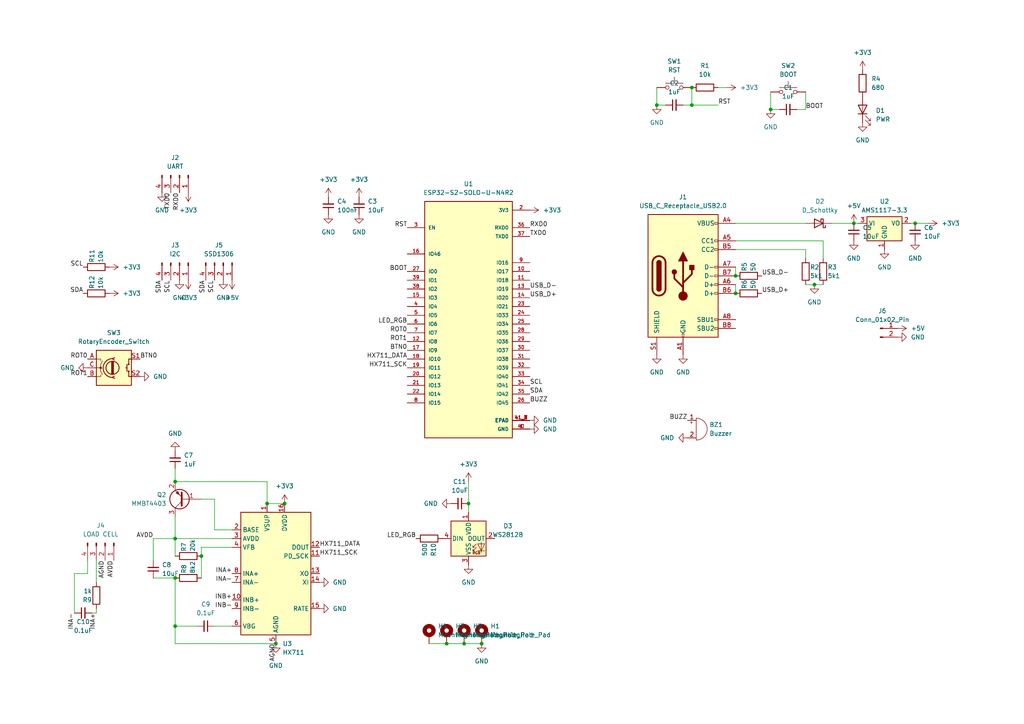
<source format=kicad_sch>
(kicad_sch (version 20230121) (generator eeschema)
  (paper "A4")
  (lib_symbols
    (symbol "Analog_ADC:HX711"
      (property "Reference" "U" (at 5.08 21.59 0))
      (property "Value" "HX711" (at 7.62 19.05 0))
      (symbol "HX711_0_1"
        (rectangle (start -10.16 17.78) (end 10.16 -17.78) (stroke (width 0.254)) (fill (type background)))
      )
      (symbol "HX711_1_1"
        (pin power_in line (at -2.54 20.32 270) (length 2.54) (name "VSUP") (number "1"))
        (pin input line (at -12.7 -7.62 0) (length 2.54) (name "INB+") (number "10"))
        (pin input line (at 12.7 5.08 180) (length 2.54) (name "PD_SCK") (number "11"))
        (pin output line (at 12.7 7.62 180) (length 2.54) (name "DOUT") (number "12"))
        (pin passive line (at 12.7 0 180) (length 2.54) (name "XO") (number "13"))
        (pin passive line (at 12.7 -2.54 180) (length 2.54) (name "XI") (number "14"))
        (pin input line (at 12.7 -10.16 180) (length 2.54) (name "RATE") (number "15"))
        (pin power_in line (at 2.54 20.32 270) (length 2.54) (name "DVDD") (number "16"))
        (pin passive line (at -12.7 12.7 0) (length 2.54) (name "BASE") (number "2"))
        (pin power_in line (at -12.7 10.16 0) (length 2.54) (name "AVDD") (number "3"))
        (pin input line (at -12.7 7.62 0) (length 2.54) (name "VFB") (number "4"))
        (pin power_in line (at 0 -20.32 90) (length 2.54) (name "AGND") (number "5"))
        (pin passive line (at -12.7 -15.24 0) (length 2.54) (name "VBG") (number "6"))
        (pin input line (at -12.7 -2.54 0) (length 2.54) (name "INA-") (number "7"))
        (pin input line (at -12.7 0 0) (length 2.54) (name "INA+") (number "8"))
        (pin input line (at -12.7 -10.16 0) (length 2.54) (name "INB-") (number "9"))
      )
    )
    (symbol "Connector:Conn_01x02_Pin" (pin_names (offset 1.016) hide)
      (property "Reference" "J" (at 0 2.54 0))
      (property "Value" "Conn_01x02_Pin" (at 0 -5.08 0))
      (symbol "Conn_01x02_Pin_1_1"
        (polyline (pts (xy 1.27 -2.54) (xy 0.8636 -2.54)) (stroke (width 0.1524)))
        (polyline (pts (xy 1.27 0) (xy 0.8636 0)) (stroke (width 0.1524)))
        (rectangle (start 0.8636 -2.413) (end 0 -2.667) (stroke (width 0.1524)) (fill (type outline)))
        (rectangle (start 0.8636 0.127) (end 0 -0.127) (stroke (width 0.1524)) (fill (type outline)))
        (pin passive line (at 5.08 0 180) (length 3.81) (name "Pin_1") (number "1"))
        (pin passive line (at 5.08 -2.54 180) (length 3.81) (name "Pin_2") (number "2"))
      )
    )
    (symbol "Connector:Conn_01x04_Pin" (pin_names (offset 1.016) hide)
      (property "Reference" "J" (at 0 5.08 0))
      (property "Value" "Conn_01x04_Pin" (at 0 -7.62 0))
      (symbol "Conn_01x04_Pin_1_1"
        (polyline (pts (xy 1.27 -5.08) (xy 0.8636 -5.08)) (stroke (width 0.1524)))
        (polyline (pts (xy 1.27 -2.54) (xy 0.8636 -2.54)) (stroke (width 0.1524)))
        (polyline (pts (xy 1.27 0) (xy 0.8636 0)) (stroke (width 0.1524)))
        (polyline (pts (xy 1.27 2.54) (xy 0.8636 2.54)) (stroke (width 0.1524)))
        (rectangle (start 0.8636 -4.953) (end 0 -5.207) (stroke (width 0.1524)) (fill (type outline)))
        (rectangle (start 0.8636 -2.413) (end 0 -2.667) (stroke (width 0.1524)) (fill (type outline)))
        (rectangle (start 0.8636 0.127) (end 0 -0.127) (stroke (width 0.1524)) (fill (type outline)))
        (rectangle (start 0.8636 2.667) (end 0 2.413) (stroke (width 0.1524)) (fill (type outline)))
        (pin passive line (at 5.08 2.54 180) (length 3.81) (name "Pin_1") (number "1"))
        (pin passive line (at 5.08 0 180) (length 3.81) (name "Pin_2") (number "2"))
        (pin passive line (at 5.08 -2.54 180) (length 3.81) (name "Pin_3") (number "3"))
        (pin passive line (at 5.08 -5.08 180) (length 3.81) (name "Pin_4") (number "4"))
      )
    )
    (symbol "Connector:USB_C_Receptacle_USB2.0" (pin_names (offset 1.016))
      (property "Reference" "J" (at -10.16 19.05 0))
      (property "Value" "USB_C_Receptacle_USB2.0" (at 19.05 19.05 0))
      (symbol "USB_C_Receptacle_USB2.0_0_0"
        (rectangle (start -0.254 -17.78) (end 0.254 -16.764))
        (rectangle (start 10.16 -14.986) (end 9.144 -15.494))
        (rectangle (start 10.16 -12.446) (end 9.144 -12.954))
        (rectangle (start 10.16 -4.826) (end 9.144 -5.334))
        (rectangle (start 10.16 -2.286) (end 9.144 -2.794))
        (rectangle (start 10.16 0.254) (end 9.144 -0.254))
        (rectangle (start 10.16 2.794) (end 9.144 2.286))
        (rectangle (start 10.16 7.874) (end 9.144 7.366))
        (rectangle (start 10.16 10.414) (end 9.144 9.906))
        (rectangle (start 10.16 15.494) (end 9.144 14.986))
      )
      (symbol "USB_C_Receptacle_USB2.0_0_1"
        (rectangle (start -10.16 17.78) (end 10.16 -17.78) (stroke (width 0.254)) (fill (type background)))
        (arc (start -8.89 -3.81) (mid -6.985 -5.7067) (end -5.08 -3.81) (stroke (width 0.508)))
        (arc (start -7.62 -3.81) (mid -6.985 -4.4423) (end -6.35 -3.81) (stroke (width 0.254)))
        (arc (start -7.62 -3.81) (mid -6.985 -4.4423) (end -6.35 -3.81) (stroke (width 0.254)) (fill (type outline)))
        (rectangle (start -7.62 -3.81) (end -6.35 3.81) (stroke (width 0.254)) (fill (type outline)))
        (arc (start -6.35 3.81) (mid -6.985 4.4423) (end -7.62 3.81) (stroke (width 0.254)))
        (arc (start -6.35 3.81) (mid -6.985 4.4423) (end -7.62 3.81) (stroke (width 0.254)) (fill (type outline)))
        (arc (start -5.08 3.81) (mid -6.985 5.7067) (end -8.89 3.81) (stroke (width 0.508)))
        (circle (center -2.54 1.143) (radius 0.635) (stroke (width 0.254)) (fill (type outline)))
        (circle (center 0 -5.842) (radius 1.27) (fill (type outline)))
        (polyline (pts (xy -8.89 -3.81) (xy -8.89 3.81)) (stroke (width 0.508)))
        (polyline (pts (xy -5.08 3.81) (xy -5.08 -3.81)) (stroke (width 0.508)))
        (polyline (pts (xy 0 -5.842) (xy 0 4.318)) (stroke (width 0.508)))
        (polyline (pts (xy 0 -3.302) (xy -2.54 -0.762) (xy -2.54 0.508)) (stroke (width 0.508)))
        (polyline (pts (xy 0 -2.032) (xy 2.54 0.508) (xy 2.54 1.778)) (stroke (width 0.508)))
        (polyline (pts (xy -1.27 4.318) (xy 0 6.858) (xy 1.27 4.318) (xy -1.27 4.318)) (stroke (width 0.254)) (fill (type outline)))
        (rectangle (start 1.905 1.778) (end 3.175 3.048) (stroke (width 0.254)) (fill (type outline)))
      )
      (symbol "USB_C_Receptacle_USB2.0_1_1"
        (pin passive line (at 0 -22.86 90) (length 5.08) (name "GND") (number "A1"))
        (pin passive line (at 0 -22.86 90) (length 5.08) hide (name "GND") (number "A12"))
        (pin passive line (at 15.24 15.24 180) (length 5.08) (name "VBUS") (number "A4"))
        (pin bidirectional line (at 15.24 10.16 180) (length 5.08) (name "CC1") (number "A5"))
        (pin bidirectional line (at 15.24 -2.54 180) (length 5.08) (name "D+") (number "A6"))
        (pin bidirectional line (at 15.24 2.54 180) (length 5.08) (name "D-") (number "A7"))
        (pin bidirectional line (at 15.24 -12.7 180) (length 5.08) (name "SBU1") (number "A8"))
        (pin passive line (at 15.24 15.24 180) (length 5.08) hide (name "VBUS") (number "A9"))
        (pin passive line (at 0 -22.86 90) (length 5.08) hide (name "GND") (number "B1"))
        (pin passive line (at 0 -22.86 90) (length 5.08) hide (name "GND") (number "B12"))
        (pin passive line (at 15.24 15.24 180) (length 5.08) hide (name "VBUS") (number "B4"))
        (pin bidirectional line (at 15.24 7.62 180) (length 5.08) (name "CC2") (number "B5"))
        (pin bidirectional line (at 15.24 -5.08 180) (length 5.08) (name "D+") (number "B6"))
        (pin bidirectional line (at 15.24 0 180) (length 5.08) (name "D-") (number "B7"))
        (pin bidirectional line (at 15.24 -15.24 180) (length 5.08) (name "SBU2") (number "B8"))
        (pin passive line (at 15.24 15.24 180) (length 5.08) hide (name "VBUS") (number "B9"))
        (pin passive line (at -7.62 -22.86 90) (length 5.08) (name "SHIELD") (number "S1"))
      )
    )
    (symbol "Device:Buzzer" (pin_names (offset 0.0254) hide)
      (property "Reference" "BZ" (at 3.81 1.27 0))
      (property "Value" "Buzzer" (at 3.81 -1.27 0))
      (symbol "Buzzer_0_1"
        (arc (start 0 -3.175) (mid 3.1612 0) (end 0 3.175))
        (polyline (pts (xy -1.651 1.905) (xy -1.143 1.905)))
        (polyline (pts (xy -1.397 2.159) (xy -1.397 1.651)))
        (polyline (pts (xy 0 3.175) (xy 0 -3.175)))
      )
      (symbol "Buzzer_1_1"
        (pin passive line (at -2.54 2.54 0) (length 2.54) (name "-") (number "1"))
        (pin passive line (at -2.54 -2.54 0) (length 2.54) (name "+") (number "2"))
      )
    )
    (symbol "Device:C_Small" (pin_numbers hide) (pin_names (offset 0.254) hide)
      (property "Reference" "C" (at 0.254 1.778 0))
      (property "Value" "C_Small" (at 0.254 -2.032 0))
      (symbol "C_Small_0_1"
        (polyline (pts (xy -1.524 -0.508) (xy 1.524 -0.508)) (stroke (width 0.3302)))
        (polyline (pts (xy -1.524 0.508) (xy 1.524 0.508)) (stroke (width 0.3048)))
      )
      (symbol "C_Small_1_1"
        (pin passive line (at 0 2.54 270) (length 2.032) (name "~") (number "1"))
        (pin passive line (at 0 -2.54 90) (length 2.032) (name "~") (number "2"))
      )
    )
    (symbol "Device:D_Schottky" (pin_numbers hide) (pin_names (offset 1.016) hide)
      (property "Reference" "D" (at 0 2.54 0))
      (property "Value" "D_Schottky" (at 0 -2.54 0))
      (symbol "D_Schottky_0_1"
        (polyline (pts (xy 1.27 0) (xy -1.27 0)))
        (polyline (pts (xy 1.27 1.27) (xy 1.27 -1.27) (xy -1.27 0) (xy 1.27 1.27)) (stroke (width 0.254)))
        (polyline (pts (xy -1.905 0.635) (xy -1.905 1.27) (xy -1.27 1.27) (xy -1.27 -1.27) (xy -0.635 -1.27) (xy -0.635 -0.635)) (stroke (width 0.254)))
      )
      (symbol "D_Schottky_1_1"
        (pin passive line (at -3.81 0 0) (length 2.54) (name "K") (number "1"))
        (pin passive line (at 3.81 0 180) (length 2.54) (name "A") (number "2"))
      )
    )
    (symbol "Device:LED" (pin_numbers hide) (pin_names (offset 1.016) hide)
      (property "Reference" "D" (at 0 2.54 0))
      (property "Value" "LED" (at 0 -2.54 0))
      (symbol "LED_0_1"
        (polyline (pts (xy -1.27 -1.27) (xy -1.27 1.27)) (stroke (width 0.254)))
        (polyline (pts (xy -1.27 0) (xy 1.27 0)))
        (polyline (pts (xy 1.27 -1.27) (xy 1.27 1.27) (xy -1.27 0) (xy 1.27 -1.27)) (stroke (width 0.254)))
        (polyline (pts (xy -3.048 -0.762) (xy -4.572 -2.286) (xy -3.81 -2.286) (xy -4.572 -2.286) (xy -4.572 -1.524)))
        (polyline (pts (xy -1.778 -0.762) (xy -3.302 -2.286) (xy -2.54 -2.286) (xy -3.302 -2.286) (xy -3.302 -1.524)))
      )
      (symbol "LED_1_1"
        (pin passive line (at -3.81 0 0) (length 2.54) (name "K") (number "1"))
        (pin passive line (at 3.81 0 180) (length 2.54) (name "A") (number "2"))
      )
    )
    (symbol "Device:R" (pin_numbers hide) (pin_names (offset 0))
      (property "Reference" "R" (at 2.032 0 90))
      (property "Value" "R" (at 0 0 90))
      (symbol "R_0_1"
        (rectangle (start -1.016 -2.54) (end 1.016 2.54) (stroke (width 0.254)))
      )
      (symbol "R_1_1"
        (pin passive line (at 0 3.81 270) (length 1.27) (name "~") (number "1"))
        (pin passive line (at 0 -3.81 90) (length 1.27) (name "~") (number "2"))
      )
    )
    (symbol "Device:RotaryEncoder_Switch" (pin_names (offset 0.254) hide)
      (property "Reference" "SW" (at 0 6.604 0))
      (property "Value" "RotaryEncoder_Switch" (at 0 -6.604 0))
      (symbol "RotaryEncoder_Switch_0_1"
        (rectangle (start -5.08 5.08) (end 5.08 -5.08) (stroke (width 0.254)) (fill (type background)))
        (circle (center -3.81 0) (radius 0.254) (fill (type outline)))
        (circle (center -0.381 0) (radius 1.905) (stroke (width 0.254)))
        (arc (start -0.381 2.667) (mid -3.0988 -0.0635) (end -0.381 -2.794) (stroke (width 0.254)))
        (polyline (pts (xy -0.635 -1.778) (xy -0.635 1.778)) (stroke (width 0.254)))
        (polyline (pts (xy -0.381 -1.778) (xy -0.381 1.778)) (stroke (width 0.254)))
        (polyline (pts (xy -0.127 1.778) (xy -0.127 -1.778)) (stroke (width 0.254)))
        (polyline (pts (xy 3.81 0) (xy 3.429 0)) (stroke (width 0.254)))
        (polyline (pts (xy 3.81 1.016) (xy 3.81 -1.016)) (stroke (width 0.254)))
        (polyline (pts (xy -5.08 -2.54) (xy -3.81 -2.54) (xy -3.81 -2.032)))
        (polyline (pts (xy -5.08 2.54) (xy -3.81 2.54) (xy -3.81 2.032)))
        (polyline (pts (xy 0.254 -3.048) (xy -0.508 -2.794) (xy 0.127 -2.413)) (stroke (width 0.254)))
        (polyline (pts (xy 0.254 2.921) (xy -0.508 2.667) (xy 0.127 2.286)) (stroke (width 0.254)))
        (polyline (pts (xy 5.08 -2.54) (xy 4.318 -2.54) (xy 4.318 -1.016)) (stroke (width 0.254)))
        (polyline (pts (xy 5.08 2.54) (xy 4.318 2.54) (xy 4.318 1.016)) (stroke (width 0.254)))
        (polyline (pts (xy -5.08 0) (xy -3.81 0) (xy -3.81 -1.016) (xy -3.302 -2.032)))
        (polyline (pts (xy -4.318 0) (xy -3.81 0) (xy -3.81 1.016) (xy -3.302 2.032)))
        (circle (center 4.318 -1.016) (radius 0.127) (stroke (width 0.254)))
        (circle (center 4.318 1.016) (radius 0.127) (stroke (width 0.254)))
      )
      (symbol "RotaryEncoder_Switch_1_1"
        (pin passive line (at -7.62 2.54 0) (length 2.54) (name "A") (number "A"))
        (pin passive line (at -7.62 -2.54 0) (length 2.54) (name "B") (number "B"))
        (pin passive line (at -7.62 0 0) (length 2.54) (name "C") (number "C"))
        (pin passive line (at 7.62 2.54 180) (length 2.54) (name "S1") (number "S1"))
        (pin passive line (at 7.62 -2.54 180) (length 2.54) (name "S2") (number "S2"))
      )
    )
    (symbol "ESP32-S2-SOLO-U-N4R2:ESP32-S2-SOLO-U-N4R2" (pin_names (offset 1.016))
      (property "Reference" "U" (at -12.7 33.782 0))
      (property "Value" "ESP32-S2-SOLO-U-N4R2" (at -12.7 -38.1 0))
      (symbol "ESP32-S2-SOLO-U-N4R2_0_0"
        (rectangle (start -12.7 -35.56) (end 12.7 33.02) (stroke (width 0.254)) (fill (type background)))
        (pin power_in line (at 17.78 -33.02 180) (length 5.08) (name "GND") (number "1"))
        (pin bidirectional line (at 17.78 12.7 180) (length 5.08) (name "IO17") (number "10"))
        (pin bidirectional line (at 17.78 10.16 180) (length 5.08) (name "IO18") (number "11"))
        (pin bidirectional line (at -17.78 -7.62 0) (length 5.08) (name "IO8") (number "12"))
        (pin bidirectional line (at 17.78 7.62 180) (length 5.08) (name "IO19") (number "13"))
        (pin bidirectional line (at 17.78 5.08 180) (length 5.08) (name "IO20") (number "14"))
        (pin bidirectional line (at -17.78 5.08 0) (length 5.08) (name "IO3") (number "15"))
        (pin input line (at -17.78 17.78 0) (length 5.08) (name "IO46") (number "16"))
        (pin bidirectional line (at -17.78 -10.16 0) (length 5.08) (name "IO9") (number "17"))
        (pin bidirectional line (at -17.78 -12.7 0) (length 5.08) (name "IO10") (number "18"))
        (pin bidirectional line (at -17.78 -15.24 0) (length 5.08) (name "IO11") (number "19"))
        (pin power_in line (at 17.78 30.48 180) (length 5.08) (name "3V3") (number "2"))
        (pin bidirectional line (at -17.78 -17.78 0) (length 5.08) (name "IO12") (number "20"))
        (pin bidirectional line (at -17.78 -20.32 0) (length 5.08) (name "IO13") (number "21"))
        (pin bidirectional line (at -17.78 -22.86 0) (length 5.08) (name "IO14") (number "22"))
        (pin bidirectional line (at 17.78 2.54 180) (length 5.08) (name "IO21") (number "23"))
        (pin bidirectional line (at 17.78 0 180) (length 5.08) (name "IO33") (number "24"))
        (pin bidirectional line (at 17.78 -2.54 180) (length 5.08) (name "IO34") (number "25"))
        (pin bidirectional line (at 17.78 -25.4 180) (length 5.08) (name "IO45") (number "26"))
        (pin bidirectional line (at -17.78 12.7 0) (length 5.08) (name "IO0") (number "27"))
        (pin bidirectional line (at 17.78 -5.08 180) (length 5.08) (name "IO35") (number "28"))
        (pin bidirectional line (at 17.78 -7.62 180) (length 5.08) (name "IO36") (number "29"))
        (pin input line (at -17.78 25.4 0) (length 5.08) (name "EN") (number "3"))
        (pin bidirectional line (at 17.78 -10.16 180) (length 5.08) (name "IO37") (number "30"))
        (pin bidirectional line (at 17.78 -12.7 180) (length 5.08) (name "IO38") (number "31"))
        (pin bidirectional line (at 17.78 -15.24 180) (length 5.08) (name "IO39") (number "32"))
        (pin bidirectional line (at 17.78 -17.78 180) (length 5.08) (name "IO40") (number "33"))
        (pin bidirectional line (at 17.78 -20.32 180) (length 5.08) (name "IO41") (number "34"))
        (pin bidirectional line (at 17.78 -22.86 180) (length 5.08) (name "IO42") (number "35"))
        (pin bidirectional line (at 17.78 25.4 180) (length 5.08) (name "RXD0") (number "36"))
        (pin bidirectional line (at 17.78 22.86 180) (length 5.08) (name "TXD0") (number "37"))
        (pin bidirectional line (at -17.78 7.62 0) (length 5.08) (name "IO2") (number "38"))
        (pin bidirectional line (at -17.78 10.16 0) (length 5.08) (name "IO1") (number "39"))
        (pin bidirectional line (at -17.78 2.54 0) (length 5.08) (name "IO4") (number "4"))
        (pin power_in line (at 17.78 -33.02 180) (length 5.08) (name "GND") (number "40"))
        (pin power_in line (at 17.78 -30.48 180) (length 5.08) (name "EPAD") (number "41_1"))
        (pin power_in line (at 17.78 -30.48 180) (length 5.08) (name "EPAD") (number "41_2"))
        (pin power_in line (at 17.78 -30.48 180) (length 5.08) (name "EPAD") (number "41_3"))
        (pin power_in line (at 17.78 -30.48 180) (length 5.08) (name "EPAD") (number "41_4"))
        (pin power_in line (at 17.78 -30.48 180) (length 5.08) (name "EPAD") (number "41_5"))
        (pin power_in line (at 17.78 -30.48 180) (length 5.08) (name "EPAD") (number "41_6"))
        (pin power_in line (at 17.78 -30.48 180) (length 5.08) (name "EPAD") (number "41_7"))
        (pin power_in line (at 17.78 -30.48 180) (length 5.08) (name "EPAD") (number "41_8"))
        (pin power_in line (at 17.78 -30.48 180) (length 5.08) (name "EPAD") (number "41_9"))
        (pin bidirectional line (at -17.78 0 0) (length 5.08) (name "IO5") (number "5"))
        (pin bidirectional line (at -17.78 -2.54 0) (length 5.08) (name "IO6") (number "6"))
        (pin bidirectional line (at -17.78 -5.08 0) (length 5.08) (name "IO7") (number "7"))
        (pin bidirectional line (at -17.78 -25.4 0) (length 5.08) (name "IO15") (number "8"))
        (pin bidirectional line (at 17.78 15.24 180) (length 5.08) (name "IO16") (number "9"))
      )
    )
    (symbol "LED:WS2812B" (pin_names (offset 0.254))
      (property "Reference" "D" (at 5.08 5.715 0))
      (property "Value" "WS2812B" (at 1.27 -5.715 0))
      (symbol "WS2812B_0_0"
        (text "RGB" (at 2.286 -4.191 0) (effects (font (size 0.762 0.762))))
      )
      (symbol "WS2812B_0_1"
        (polyline (pts (xy 1.27 -3.556) (xy 1.778 -3.556)))
        (polyline (pts (xy 1.27 -2.54) (xy 1.778 -2.54)))
        (polyline (pts (xy 4.699 -3.556) (xy 2.667 -3.556)))
        (polyline (pts (xy 2.286 -2.54) (xy 1.27 -3.556) (xy 1.27 -3.048)))
        (polyline (pts (xy 2.286 -1.524) (xy 1.27 -2.54) (xy 1.27 -2.032)))
        (polyline (pts (xy 3.683 -1.016) (xy 3.683 -3.556) (xy 3.683 -4.064)))
        (polyline (pts (xy 4.699 -1.524) (xy 2.667 -1.524) (xy 3.683 -3.556) (xy 4.699 -1.524)))
        (rectangle (start 5.08 5.08) (end -5.08 -5.08) (stroke (width 0.254)) (fill (type background)))
      )
      (symbol "WS2812B_1_1"
        (pin power_in line (at 0 7.62 270) (length 2.54) (name "VDD") (number "1"))
        (pin output line (at 7.62 0 180) (length 2.54) (name "DOUT") (number "2"))
        (pin power_in line (at 0 -7.62 90) (length 2.54) (name "VSS") (number "3"))
        (pin input line (at -7.62 0 0) (length 2.54) (name "DIN") (number "4"))
      )
    )
    (symbol "Mechanical:MountingHole_Pad" (pin_numbers hide) (pin_names (offset 1.016) hide)
      (property "Reference" "H" (at 0 6.35 0))
      (property "Value" "MountingHole_Pad" (at 0 4.445 0))
      (symbol "MountingHole_Pad_0_1"
        (circle (center 0 1.27) (radius 1.27) (stroke (width 1.27)))
      )
      (symbol "MountingHole_Pad_1_1"
        (pin input line (at 0 -2.54 90) (length 2.54) (name "1") (number "1"))
      )
    )
    (symbol "Regulator_Linear:AMS1117-3.3"
      (property "Reference" "U" (at -3.81 3.175 0))
      (property "Value" "AMS1117-3.3" (at 0 3.175 0))
      (symbol "AMS1117-3.3_0_1"
        (rectangle (start -5.08 -5.08) (end 5.08 1.905) (stroke (width 0.254)) (fill (type background)))
      )
      (symbol "AMS1117-3.3_1_1"
        (pin power_in line (at 0 -7.62 90) (length 2.54) (name "GND") (number "1"))
        (pin power_out line (at 7.62 0 180) (length 2.54) (name "VO") (number "2"))
        (pin power_in line (at -7.62 0 0) (length 2.54) (name "VI") (number "3"))
      )
    )
    (symbol "Switch:SW_Push" (pin_numbers hide) (pin_names (offset 1.016) hide)
      (property "Reference" "SW" (at 1.27 2.54 0))
      (property "Value" "SW_Push" (at 0 -1.524 0))
      (symbol "SW_Push_0_1"
        (circle (center -2.032 0) (radius 0.508))
        (polyline (pts (xy 0 1.27) (xy 0 3.048)))
        (polyline (pts (xy 2.54 1.27) (xy -2.54 1.27)))
        (circle (center 2.032 0) (radius 0.508))
        (pin passive line (at -5.08 0 0) (length 2.54) (name "1") (number "1"))
        (pin passive line (at 5.08 0 180) (length 2.54) (name "2") (number "2"))
      )
    )
    (symbol "Transistor_BJT:MMBT3906" (pin_names (offset 0) hide)
      (property "Reference" "Q" (at 5.08 1.905 0))
      (property "Value" "MMBT3906" (at 5.08 0 0))
      (symbol "MMBT3906_0_1"
        (polyline (pts (xy 0.635 0.635) (xy 2.54 2.54)))
        (polyline (pts (xy 0.635 -0.635) (xy 2.54 -2.54) (xy 2.54 -2.54)))
        (polyline (pts (xy 0.635 1.905) (xy 0.635 -1.905) (xy 0.635 -1.905)) (stroke (width 0.508)))
        (polyline (pts (xy 2.286 -1.778) (xy 1.778 -2.286) (xy 1.27 -1.27) (xy 2.286 -1.778) (xy 2.286 -1.778)) (fill (type outline)))
        (circle (center 1.27 0) (radius 2.8194) (stroke (width 0.254)))
      )
      (symbol "MMBT3906_1_1"
        (pin input line (at -5.08 0 0) (length 5.715) (name "B") (number "1"))
        (pin passive line (at 2.54 -5.08 90) (length 2.54) (name "E") (number "2"))
        (pin passive line (at 2.54 5.08 270) (length 2.54) (name "C") (number "3"))
      )
    )
    (symbol "power:+3V3" (power) (pin_names (offset 0))
      (property "Value" "+3V3" (at 0 3.556 0))
      (symbol "+3V3_0_1"
        (polyline (pts (xy -0.762 1.27) (xy 0 2.54)))
        (polyline (pts (xy 0 0) (xy 0 2.54)))
        (polyline (pts (xy 0 2.54) (xy 0.762 1.27)))
      )
      (symbol "+3V3_1_1"
        (pin power_in line (at 0 0 90) (length 0) hide (name "+3V3") (number "1"))
      )
    )
    (symbol "power:+5V" (power) (pin_names (offset 0))
      (property "Value" "+5V" (at 0 3.556 0))
      (symbol "+5V_0_1"
        (polyline (pts (xy -0.762 1.27) (xy 0 2.54)))
        (polyline (pts (xy 0 0) (xy 0 2.54)))
        (polyline (pts (xy 0 2.54) (xy 0.762 1.27)))
      )
      (symbol "+5V_1_1"
        (pin power_in line (at 0 0 90) (length 0) hide (name "+5V") (number "1"))
      )
    )
    (symbol "power:GND" (power) (pin_names (offset 0))
      (property "Value" "GND" (at 0 -3.81 0))
      (symbol "GND_0_1"
        (polyline (pts (xy 0 0) (xy 0 -1.27) (xy 1.27 -1.27) (xy 0 -2.54) (xy -1.27 -1.27) (xy 0 -1.27)))
      )
      (symbol "GND_1_1"
        (pin power_in line (at 0 0 270) (length 0) hide (name "GND") (number "1"))
      )
    )
  )
  (junction (at 50.8 156.21))
  (junction (at 265.43 64.77))
  (junction (at 77.47 146.05))
  (junction (at 139.7 186.69))
  (junction (at 129.54 186.69))
  (junction (at 80.01 186.69))
  (junction (at 58.42 161.29))
  (junction (at 134.62 186.69))
  (junction (at 200.66 30.48))
  (junction (at 213.36 85.09))
  (junction (at 223.52 31.75))
  (junction (at 82.55 146.05))
  (junction (at 135.89 146.05))
  (junction (at 50.8 181.61))
  (junction (at 200.66 25.4))
  (junction (at 247.65 64.77))
  (junction (at 236.22 82.55))
  (junction (at 50.8 139.7))
  (junction (at 213.36 80.01))
  (junction (at 190.5 30.48))
  (junction (at 50.8 167.64))
  (wire (pts (xy 213.36 77.47) (xy 213.36 80.01)))
  (wire (pts (xy 134.62 186.69) (xy 139.7 186.69)))
  (wire (pts (xy 77.47 146.05) (xy 77.47 139.7)))
  (wire (pts (xy 233.68 74.93) (xy 233.68 72.39)))
  (wire (pts (xy 135.89 146.05) (xy 135.89 148.59)))
  (wire (pts (xy 50.8 186.69) (xy 50.8 181.61)))
  (wire (pts (xy 124.46 186.69) (xy 129.54 186.69)))
  (wire (pts (xy 236.22 82.55) (xy 238.76 82.55)))
  (wire (pts (xy 50.8 135.89) (xy 50.8 139.7)))
  (wire (pts (xy 233.68 82.55) (xy 236.22 82.55)))
  (wire (pts (xy 50.8 156.21) (xy 50.8 149.86)))
  (wire (pts (xy 62.23 144.78) (xy 62.23 153.67)))
  (wire (pts (xy 213.36 82.55) (xy 213.36 85.09)))
  (wire (pts (xy 50.8 181.61) (xy 57.15 181.61)))
  (wire (pts (xy 58.42 158.75) (xy 58.42 161.29)))
  (wire (pts (xy 50.8 181.61) (xy 50.8 167.64)))
  (wire (pts (xy 25.4 166.37) (xy 25.4 162.56)))
  (wire (pts (xy 27.94 162.56) (xy 27.94 168.91)))
  (wire (pts (xy 50.8 156.21) (xy 50.8 161.29)))
  (wire (pts (xy 62.23 181.61) (xy 67.31 181.61)))
  (wire (pts (xy 44.45 167.64) (xy 50.8 167.64)))
  (wire (pts (xy 213.36 69.85) (xy 238.76 69.85)))
  (wire (pts (xy 135.89 139.7) (xy 135.89 146.05)))
  (wire (pts (xy 223.52 31.75) (xy 226.06 31.75)))
  (wire (pts (xy 241.3 64.77) (xy 247.65 64.77)))
  (wire (pts (xy 27.94 177.8) (xy 27.94 176.53)))
  (wire (pts (xy 264.16 64.77) (xy 265.43 64.77)))
  (wire (pts (xy 208.28 25.4) (xy 210.82 25.4)))
  (wire (pts (xy 44.45 162.56) (xy 44.45 156.21)))
  (wire (pts (xy 190.5 25.4) (xy 190.5 30.48)))
  (wire (pts (xy 233.68 26.67) (xy 233.68 31.75)))
  (wire (pts (xy 58.42 144.78) (xy 62.23 144.78)))
  (wire (pts (xy 190.5 30.48) (xy 193.04 30.48)))
  (wire (pts (xy 80.01 186.69) (xy 50.8 186.69)))
  (wire (pts (xy 247.65 64.77) (xy 248.92 64.77)))
  (wire (pts (xy 265.43 64.77) (xy 269.24 64.77)))
  (wire (pts (xy 200.66 30.48) (xy 208.28 30.48)))
  (wire (pts (xy 233.68 72.39) (xy 213.36 72.39)))
  (wire (pts (xy 21.59 177.8) (xy 21.59 166.37)))
  (wire (pts (xy 62.23 153.67) (xy 67.31 153.67)))
  (wire (pts (xy 58.42 161.29) (xy 58.42 167.64)))
  (wire (pts (xy 198.12 30.48) (xy 200.66 30.48)))
  (wire (pts (xy 44.45 156.21) (xy 50.8 156.21)))
  (wire (pts (xy 231.14 31.75) (xy 233.68 31.75)))
  (wire (pts (xy 21.59 166.37) (xy 25.4 166.37)))
  (wire (pts (xy 50.8 139.7) (xy 77.47 139.7)))
  (wire (pts (xy 238.76 69.85) (xy 238.76 74.93)))
  (wire (pts (xy 77.47 146.05) (xy 82.55 146.05)))
  (wire (pts (xy 67.31 156.21) (xy 50.8 156.21)))
  (wire (pts (xy 129.54 186.69) (xy 134.62 186.69)))
  (wire (pts (xy 67.31 158.75) (xy 58.42 158.75)))
  (wire (pts (xy 213.36 64.77) (xy 233.68 64.77)))
  (wire (pts (xy 223.52 26.67) (xy 223.52 31.75)))
  (wire (pts (xy 26.67 177.8) (xy 27.94 177.8)))
  (wire (pts (xy 200.66 30.48) (xy 200.66 25.4)))
  (label "ROT0" (at 25.4 104.14 180))
  (label "ROT1" (at 25.4 109.22 180))
  (label "SDA" (at 24.13 85.09 180))
  (label "ROT0" (at 118.11 96.52 180))
  (label "INB+" (at 67.31 173.99 180))
  (label "AGND" (at 30.48 162.56 270))
  (label "BUZZ" (at 199.39 121.92 180))
  (label "INB-" (at 67.31 176.53 180))
  (label "BTN0" (at 118.11 101.6 180))
  (label "SCL" (at 24.13 77.47 180))
  (label "LED_RGB" (at 120.65 156.21 180))
  (label "AVDD" (at 44.45 156.21 180))
  (label "HX711_DATA" (at 118.11 104.14 180))
  (label "AVDD" (at 33.02 162.56 270))
  (label "SCL" (at 49.53 81.28 270))
  (label "USB_D+" (at 153.67 86.36 0))
  (label "RST" (at 208.28 30.48 0))
  (label "USB_D-" (at 153.67 83.82 0))
  (label "USB_D+" (at 220.98 85.09 0))
  (label "RXD0" (at 153.67 66.04 0))
  (label "HX711_SCK" (at 118.11 106.68 180))
  (label "SCL" (at 153.67 111.76 0))
  (label "SCL" (at 62.23 81.28 270))
  (label "BOOT" (at 118.11 78.74 180))
  (label "SDA" (at 46.99 81.28 270))
  (label "RXD0" (at 52.07 55.88 270))
  (label "BTN0" (at 40.64 104.14 0))
  (label "TXD0" (at 153.67 68.58 0))
  (label "LED_RGB" (at 118.11 93.98 180))
  (label "INA-" (at 67.31 168.91 180))
  (label "RST" (at 118.11 66.04 180))
  (label "INA+" (at 27.94 177.8 270))
  (label "USB_D-" (at 220.98 80.01 0))
  (label "BOOT" (at 233.68 31.75 0))
  (label "HX711_SCK" (at 92.71 161.29 0))
  (label "SDA" (at 59.69 81.28 270))
  (label "AGND" (at 80.01 186.69 270))
  (label "INA-" (at 21.59 177.8 270))
  (label "SDA" (at 153.67 114.3 0))
  (label "ROT1" (at 118.11 99.06 180))
  (label "TXD0" (at 49.53 55.88 270))
  (label "INA+" (at 67.31 166.37 180))
  (label "HX711_DATA" (at 92.71 158.75 0))
  (label "BUZZ" (at 153.67 116.84 0))
  (symbol (lib_id "power:GND") (at 265.43 69.85 0) (unit 1)
    (property "Reference" "#PWR019" (effects hide))
    (property "Value" "GND" (at 265.43 74.93 0))
  )
  (symbol (lib_id "Device:R") (at 27.94 172.72 180) (unit 1)
    (property "Reference" "R9" (at 26.67 173.99 0) (effects (justify left)))
    (property "Value" "1k" (at 26.67 171.45 0) (effects (justify left)))
    (property "Footprint" "Resistor_SMD:R_1206_3216Metric" (effects hide))
  )
  (symbol (lib_id "power:+5V") (at 67.31 81.28 180) (unit 1)
    (property "Reference" "#PWR038" (effects hide))
    (property "Value" "+5V" (at 67.31 86.36 0))
  )
  (symbol (lib_id "Device:R") (at 250.19 24.13 180) (unit 1)
    (property "Reference" "R4" (at 252.73 22.86 0) (effects (justify right)))
    (property "Value" "680" (at 252.73 25.4 0) (effects (justify right)))
    (property "Footprint" "Resistor_SMD:R_1206_3216Metric" (effects hide))
  )
  (symbol (lib_id "Device:C_Small") (at 104.14 59.69 180) (unit 1)
    (property "Reference" "C3" (at 106.68 58.4136 0) (effects (justify right)))
    (property "Value" "10uF" (at 106.68 60.9536 0) (effects (justify right)))
    (property "Footprint" "Capacitor_SMD:C_1206_3216Metric" (effects hide))
  )
  (symbol (lib_id "Device:C_Small") (at 44.45 165.1 180) (unit 1)
    (property "Reference" "C8" (at 46.99 163.8236 0) (effects (justify right)))
    (property "Value" "10uF" (at 46.99 166.3636 0) (effects (justify right)))
    (property "Footprint" "Capacitor_SMD:C_1206_3216Metric" (effects hide))
  )
  (symbol (lib_id "Connector:Conn_01x02_Pin") (at 255.27 95.25 0) (unit 1)
    (property "Reference" "J6" (at 255.905 90.17 0))
    (property "Value" "Conn_01x02_Pin" (at 255.905 92.71 0))
    (property "Footprint" "Connector_PinHeader_2.54mm:PinHeader_1x02_P2.54mm_Vertical" (effects hide))
  )
  (symbol (lib_id "Device:C_Small") (at 133.35 146.05 270) (unit 1)
    (property "Reference" "C11" (at 133.3436 139.7 90))
    (property "Value" "10uF" (at 133.3436 142.24 90))
    (property "Footprint" "Capacitor_SMD:C_1206_3216Metric" (effects hide))
  )
  (symbol (lib_id "power:GND") (at 223.52 31.75 0) (unit 1)
    (property "Reference" "#PWR05" (effects hide))
    (property "Value" "GND" (at 223.52 36.83 0))
  )
  (symbol (lib_id "Connector:Conn_01x04_Pin") (at 52.07 50.8 270) (unit 1)
    (property "Reference" "J2" (at 50.8 45.72 90))
    (property "Value" "UART" (at 50.8 48.26 90))
    (property "Footprint" "Connector_PinHeader_2.54mm:PinHeader_1x04_P2.54mm_Vertical" (effects hide))
  )
  (symbol (lib_id "power:GND") (at 190.5 30.48 0) (unit 1)
    (property "Reference" "#PWR04" (effects hide))
    (property "Value" "GND" (at 190.5 35.56 0))
  )
  (symbol (lib_id "power:+5V") (at 247.65 64.77 0) (unit 1)
    (property "Reference" "#PWR035" (effects hide))
    (property "Value" "+5V" (at 247.65 59.69 0))
  )
  (symbol (lib_id "power:GND") (at 46.99 55.88 0) (unit 1)
    (property "Reference" "#PWR017" (effects hide))
    (property "Value" "GND" (at 46.99 60.96 0))
  )
  (symbol (lib_id "power:+3V3") (at 269.24 64.77 270) (unit 1)
    (property "Reference" "#PWR06" (effects hide))
    (property "Value" "+3V3" (at 273.05 64.77 90) (effects (justify left)))
  )
  (symbol (lib_id "power:+3V3") (at 210.82 25.4 270) (unit 1)
    (property "Reference" "#PWR07" (effects hide))
    (property "Value" "+3V3" (at 214.63 25.4 90) (effects (justify left)))
  )
  (symbol (lib_id "power:GND") (at 95.25 62.23 0) (unit 1)
    (property "Reference" "#PWR012" (effects hide))
    (property "Value" "GND" (at 95.25 67.31 0))
  )
  (symbol (lib_id "Connector:Conn_01x04_Pin") (at 30.48 157.48 270) (unit 1)
    (property "Reference" "J4" (at 29.21 152.4 90))
    (property "Value" "LOAD CELL" (at 29.21 154.94 90))
    (property "Footprint" "Connector_PinHeader_2.54mm:PinHeader_1x04_P2.54mm_Vertical" (effects hide))
  )
  (symbol (lib_id "Device:R") (at 54.61 167.64 90) (unit 1)
    (property "Reference" "R8" (at 53.34 166.37 0) (effects (justify left)))
    (property "Value" "8k2" (at 55.88 166.37 0) (effects (justify left)))
    (property "Footprint" "Resistor_SMD:R_1206_3216Metric" (effects hide))
  )
  (symbol (lib_id "Mechanical:MountingHole_Pad") (at 124.46 184.15 0) (unit 1)
    (property "Reference" "H4" (at 127 181.61 0) (effects (justify left)))
    (property "Value" "MountingHole_Pad" (at 127 184.15 0) (effects (justify left)))
    (property "Footprint" "MountingHole:MountingHole_3.2mm_M3_Pad" (effects hide))
  )
  (symbol (lib_id "Device:R") (at 233.68 78.74 0) (unit 1)
    (property "Reference" "R2" (at 234.95 77.47 0) (effects (justify left)))
    (property "Value" "5k1" (at 234.95 80.01 0) (effects (justify left)))
    (property "Footprint" "Resistor_SMD:R_1206_3216Metric" (effects hide))
  )
  (symbol (lib_id "power:+3V3") (at 104.14 57.15 0) (unit 1)
    (property "Reference" "#PWR015" (effects hide))
    (property "Value" "+3V3" (at 104.14 52.07 0))
  )
  (symbol (lib_id "power:+5V") (at 260.35 95.25 270) (unit 1)
    (property "Reference" "#PWR036" (effects hide))
    (property "Value" "+5V" (at 264.16 95.25 90) (effects (justify left)))
  )
  (symbol (lib_id "power:GND") (at 198.12 102.87 0) (unit 1)
    (property "Reference" "#PWR02" (effects hide))
    (property "Value" "GND" (at 198.12 107.95 0))
  )
  (symbol (lib_id "Regulator_Linear:AMS1117-3.3") (at 256.54 64.77 0) (unit 1)
    (property "Reference" "U2" (at 256.54 58.42 0))
    (property "Value" "AMS1117-3.3" (at 256.54 60.96 0))
    (property "Footprint" "Package_TO_SOT_SMD:SOT-223-3_TabPin2" (effects hide))
    (property "Datasheet" "http://www.advanced-monolithic.com/pdf/ds1117.pdf" (effects hide))
  )
  (symbol (lib_id "Connector:Conn_01x04_Pin") (at 64.77 76.2 270) (unit 1)
    (property "Reference" "J5" (at 63.5 71.12 90))
    (property "Value" "SSD1306" (at 63.5 73.66 90))
    (property "Footprint" "cat_scale_footprints:128x64OLED" (effects hide))
  )
  (symbol (lib_id "Device:RotaryEncoder_Switch") (at 33.02 106.68 0) (unit 1)
    (property "Reference" "SW3" (at 33.02 96.52 0))
    (property "Value" "RotaryEncoder_Switch" (at 33.02 99.06 0))
    (property "Footprint" "Rotary_Encoder:RotaryEncoder_Alps_EC12E-Switch_Vertical_H20mm" (effects hide))
  )
  (symbol (lib_id "power:+3V3") (at 31.75 77.47 270) (unit 1)
    (property "Reference" "#PWR040" (effects hide))
    (property "Value" "+3V3" (at 35.56 77.47 90) (effects (justify left)))
  )
  (symbol (lib_id "Device:R") (at 217.17 85.09 90) (unit 1)
    (property "Reference" "R6" (at 215.9 83.82 0) (effects (justify left)))
    (property "Value" "50" (at 218.44 83.82 0) (effects (justify left)))
    (property "Footprint" "Resistor_SMD:R_1206_3216Metric" (effects hide))
  )
  (symbol (lib_id "Device:C_Small") (at 195.58 30.48 90) (unit 1)
    (property "Reference" "C2" (at 195.5863 24.13 90))
    (property "Value" "1uF" (at 195.5863 26.67 90))
    (property "Footprint" "Capacitor_SMD:C_1206_3216Metric" (effects hide))
  )
  (symbol (lib_id "power:GND") (at 40.64 109.22 90) (unit 1)
    (property "Reference" "#PWR025" (effects hide))
    (property "Value" "GND" (at 44.45 109.22 90) (effects (justify right)))
  )
  (symbol (lib_id "Analog_ADC:HX711") (at 80.01 166.37 0) (unit 1)
    (property "Reference" "U3" (at 81.9659 186.69 0) (effects (justify left)))
    (property "Value" "HX711" (at 81.9659 189.23 0) (effects (justify left)))
    (property "Footprint" "Package_SO:SOP-16_3.9x9.9mm_P1.27mm" (effects hide))
    (property "Datasheet" "https://cdn.sparkfun.com/datasheets/Sensors/ForceFlex/hx711_english.pdf" (effects hide))
  )
  (symbol (lib_id "LED:WS2812B") (at 135.89 156.21 0) (unit 1)
    (property "Reference" "D3" (at 147.32 152.5621 0))
    (property "Value" "WS2812B" (at 147.32 155.1021 0))
    (property "Footprint" "LED_SMD:LED_WS2812B_PLCC4_5.0x5.0mm_P3.2mm" (effects hide))
    (property "Datasheet" "https://cdn-shop.adafruit.com/datasheets/WS2812B.pdf" (effects hide))
  )
  (symbol (lib_id "Mechanical:MountingHole_Pad") (at 134.62 184.15 0) (unit 1)
    (property "Reference" "H2" (at 137.16 181.61 0) (effects (justify left)))
    (property "Value" "MountingHole_Pad" (at 137.16 184.15 0) (effects (justify left)))
    (property "Footprint" "MountingHole:MountingHole_3.2mm_M3_Pad" (effects hide))
  )
  (symbol (lib_id "power:+3V3") (at 250.19 20.32 0) (unit 1)
    (property "Reference" "#PWR010" (effects hide))
    (property "Value" "+3V3" (at 250.19 15.24 0))
  )
  (symbol (lib_id "Mechanical:MountingHole_Pad") (at 139.7 184.15 0) (unit 1)
    (property "Reference" "H1" (at 142.24 181.61 0) (effects (justify left)))
    (property "Value" "MountingHole_Pad" (at 142.24 184.15 0) (effects (justify left)))
    (property "Footprint" "MountingHole:MountingHole_3.2mm_M3_Pad" (effects hide))
  )
  (symbol (lib_id "Device:R") (at 27.94 85.09 90) (unit 1)
    (property "Reference" "R12" (at 26.67 83.82 0) (effects (justify left)))
    (property "Value" "10k" (at 29.21 83.82 0) (effects (justify left)))
    (property "Footprint" "Resistor_SMD:R_1206_3216Metric" (effects hide))
  )
  (symbol (lib_id "power:GND") (at 130.81 146.05 270) (unit 1)
    (property "Reference" "#PWR030" (effects hide))
    (property "Value" "GND" (at 127 146.05 90) (effects (justify right)))
  )
  (symbol (lib_id "power:+3V3") (at 82.55 146.05 0) (unit 1)
    (property "Reference" "#PWR023" (effects hide))
    (property "Value" "+3V3" (at 82.55 140.97 0))
  )
  (symbol (lib_id "power:GND") (at 139.7 186.69 0) (unit 1)
    (property "Reference" "#PWR032" (effects hide))
    (property "Value" "GND" (at 139.7 191.77 0))
  )
  (symbol (lib_id "power:+3V3") (at 135.89 139.7 0) (unit 1)
    (property "Reference" "#PWR029" (effects hide))
    (property "Value" "+3V3" (at 135.89 134.62 0))
  )
  (symbol (lib_id "Device:R") (at 54.61 161.29 90) (unit 1)
    (property "Reference" "R7" (at 53.34 160.02 0) (effects (justify left)))
    (property "Value" "20k" (at 55.88 160.02 0) (effects (justify left)))
    (property "Footprint" "Resistor_SMD:R_1206_3216Metric" (effects hide))
  )
  (symbol (lib_id "Device:R") (at 124.46 156.21 270) (unit 1)
    (property "Reference" "R10" (at 125.73 157.48 0) (effects (justify left)))
    (property "Value" "500" (at 123.19 157.48 0) (effects (justify left)))
    (property "Footprint" "Resistor_SMD:R_1206_3216Metric" (effects hide))
  )
  (symbol (lib_id "power:+3V3") (at 31.75 85.09 270) (unit 1)
    (property "Reference" "#PWR041" (effects hide))
    (property "Value" "+3V3" (at 35.56 85.09 90) (effects (justify left)))
  )
  (symbol (lib_id "power:GND") (at 25.4 106.68 270) (unit 1)
    (property "Reference" "#PWR026" (effects hide))
    (property "Value" "GND" (at 21.59 106.68 90) (effects (justify right)))
  )
  (symbol (lib_id "power:GND") (at 104.14 62.23 0) (unit 1)
    (property "Reference" "#PWR013" (effects hide))
    (property "Value" "GND" (at 104.14 67.31 0))
  )
  (symbol (lib_id "Device:C_Small") (at 24.13 177.8 90) (unit 1)
    (property "Reference" "C10" (at 24.13 180.34 90))
    (property "Value" "0.1uF" (at 24.13 182.88 90))
    (property "Footprint" "Capacitor_SMD:C_1206_3216Metric" (effects hide))
  )
  (symbol (lib_id "Device:Buzzer") (at 201.93 124.46 0) (unit 1)
    (property "Reference" "BZ1" (at 205.74 123.19 0) (effects (justify left)))
    (property "Value" "Buzzer" (at 205.74 125.73 0) (effects (justify left)))
    (property "Footprint" "Buzzer_Beeper:Buzzer_Murata_PKMCS0909E" (effects hide))
  )
  (symbol (lib_id "Device:C_Small") (at 95.25 59.69 180) (unit 1)
    (property "Reference" "C4" (at 97.79 58.4136 0) (effects (justify right)))
    (property "Value" "100nF" (at 97.79 60.9536 0) (effects (justify right)))
    (property "Footprint" "Capacitor_SMD:C_1206_3216Metric" (effects hide))
  )
  (symbol (lib_id "Device:R") (at 238.76 78.74 0) (unit 1)
    (property "Reference" "R3" (at 240.03 77.47 0) (effects (justify left)))
    (property "Value" "5k1" (at 240.03 80.01 0) (effects (justify left)))
    (property "Footprint" "Resistor_SMD:R_1206_3216Metric" (effects hide))
  )
  (symbol (lib_id "Device:C_Small") (at 59.69 181.61 270) (unit 1)
    (property "Reference" "C9" (at 59.6836 175.26 90))
    (property "Value" "0.1uF" (at 59.6836 177.8 90))
    (property "Footprint" "Capacitor_SMD:C_1206_3216Metric" (effects hide))
  )
  (symbol (lib_id "Switch:SW_Push") (at 195.58 25.4 0) (unit 1)
    (property "Reference" "SW1" (at 195.58 17.78 0))
    (property "Value" "RST" (at 195.58 20.32 0))
    (property "Footprint" "Button_Switch_SMD:SW_SPST_CK_RS282G05A3" (effects hide))
  )
  (symbol (lib_id "Device:LED") (at 250.19 31.75 90) (unit 1)
    (property "Reference" "D1" (at 254 32.0675 90) (effects (justify right)))
    (property "Value" "PWR" (at 254 34.6075 90) (effects (justify right)))
    (property "Footprint" "LED_SMD:LED_0805_2012Metric" (effects hide))
  )
  (symbol (lib_id "Switch:SW_Push") (at 228.6 26.67 0) (unit 1)
    (property "Reference" "SW2" (at 228.6 19.05 0))
    (property "Value" "BOOT" (at 228.6 21.59 0))
    (property "Footprint" "Button_Switch_SMD:SW_SPST_CK_RS282G05A3" (effects hide))
  )
  (symbol (lib_id "power:GND") (at 250.19 35.56 0) (unit 1)
    (property "Reference" "#PWR011" (effects hide))
    (property "Value" "GND" (at 250.19 40.64 0))
  )
  (symbol (lib_id "power:GND") (at 247.65 69.85 0) (unit 1)
    (property "Reference" "#PWR018" (effects hide))
    (property "Value" "GND" (at 247.65 74.93 0))
  )
  (symbol (lib_id "power:GND") (at 52.07 81.28 0) (unit 1)
    (property "Reference" "#PWR020" (effects hide))
    (property "Value" "GND" (at 52.07 86.36 0))
  )
  (symbol (lib_id "power:GND") (at 135.89 163.83 0) (unit 1)
    (property "Reference" "#PWR027" (effects hide))
    (property "Value" "GND" (at 135.89 168.91 0))
  )
  (symbol (lib_id "Device:C_Small") (at 228.6 31.75 90) (unit 1)
    (property "Reference" "C1" (at 228.6063 25.4 90))
    (property "Value" "1uF" (at 228.6063 27.94 90))
    (property "Footprint" "Capacitor_SMD:C_1206_3216Metric" (effects hide))
  )
  (symbol (lib_id "Device:R") (at 27.94 77.47 90) (unit 1)
    (property "Reference" "R11" (at 26.67 76.2 0) (effects (justify left)))
    (property "Value" "10k" (at 29.21 76.2 0) (effects (justify left)))
    (property "Footprint" "Resistor_SMD:R_1206_3216Metric" (effects hide))
  )
  (symbol (lib_id "ESP32-S2-SOLO-U-N4R2:ESP32-S2-SOLO-U-N4R2") (at 135.89 91.44 0) (unit 1)
    (property "Reference" "U1" (at 135.89 53.34 0))
    (property "Value" "ESP32-S2-SOLO-U-N4R2" (at 135.89 55.88 0))
    (property "Footprint" "cat_scale_footprints:XCVR_ESP32-S2-SOLO-U-N4R2" (effects hide))
    (property "PARTREV" "1.4" (effects hide))
    (property "MANUFACTURER" "Espressif Systems" (effects hide))
    (property "SNAPEDA_PN" "ESP32-S2-SOLO-U-N4R2" (effects hide))
    (property "MAXIMUM_PACKAGE_HEIGHT" "3.35 mm" (effects hide))
    (property "STANDARD" "Manufacturer Recommendations" (effects hide))
  )
  (symbol (lib_id "power:GND") (at 260.35 97.79 90) (unit 1)
    (property "Reference" "#PWR037" (effects hide))
    (property "Value" "GND" (at 264.16 97.79 90) (effects (justify right)))
  )
  (symbol (lib_id "power:GND") (at 153.67 121.92 90) (unit 1)
    (property "Reference" "#PWR022" (effects hide))
    (property "Value" "GND" (at 157.48 121.92 90) (effects (justify right)))
  )
  (symbol (lib_id "power:+3V3") (at 54.61 55.88 180) (unit 1)
    (property "Reference" "#PWR016" (effects hide))
    (property "Value" "+3V3" (at 54.61 60.96 0))
  )
  (symbol (lib_id "Connector:Conn_01x04_Pin") (at 52.07 76.2 270) (unit 1)
    (property "Reference" "J3" (at 50.8 71.12 90))
    (property "Value" "I2C" (at 50.8 73.66 90))
    (property "Footprint" "Connector_PinHeader_2.54mm:PinHeader_1x04_P2.54mm_Vertical" (effects hide))
  )
  (symbol (lib_id "Device:C_Small") (at 265.43 67.31 180) (unit 1)
    (property "Reference" "C6" (at 267.97 66.0336 0) (effects (justify right)))
    (property "Value" "10uF" (at 267.97 68.5736 0) (effects (justify right)))
    (property "Footprint" "Capacitor_SMD:C_1206_3216Metric" (effects hide))
  )
  (symbol (lib_id "power:GND") (at 80.01 186.69 0) (unit 1)
    (property "Reference" "#PWR031" (effects hide))
    (property "Value" "GND" (at 80.01 193.04 0))
  )
  (symbol (lib_id "power:GND") (at 64.77 81.28 0) (unit 1)
    (property "Reference" "#PWR021" (effects hide))
    (property "Value" "GND" (at 64.77 86.36 0))
  )
  (symbol (lib_id "Device:C_Small") (at 50.8 133.35 180) (unit 1)
    (property "Reference" "C7" (at 53.34 132.0736 0) (effects (justify right)))
    (property "Value" "1uF" (at 53.34 134.6136 0) (effects (justify right)))
    (property "Footprint" "Capacitor_SMD:C_1206_3216Metric" (effects hide))
  )
  (symbol (lib_id "Device:D_Schottky") (at 237.49 64.77 180) (unit 1)
    (property "Reference" "D2" (at 237.8075 58.42 0))
    (property "Value" "D_Schottky" (at 237.8075 60.96 0))
    (property "Footprint" "Diode_SMD:D_SOD-323" (effects hide))
  )
  (symbol (lib_id "Device:R") (at 217.17 80.01 90) (unit 1)
    (property "Reference" "R5" (at 215.9 78.74 0) (effects (justify left)))
    (property "Value" "50" (at 218.44 78.74 0) (effects (justify left)))
    (property "Footprint" "Resistor_SMD:R_1206_3216Metric" (effects hide))
  )
  (symbol (lib_id "power:GND") (at 92.71 168.91 90) (unit 1)
    (property "Reference" "#PWR034" (effects hide))
    (property "Value" "GND" (at 96.52 168.91 90) (effects (justify right)))
  )
  (symbol (lib_id "power:+3V3") (at 153.67 60.96 270) (unit 1)
    (property "Reference" "#PWR028" (effects hide))
    (property "Value" "+3V3" (at 157.48 60.96 90) (effects (justify left)))
  )
  (symbol (lib_id "Device:R") (at 204.47 25.4 90) (unit 1)
    (property "Reference" "R1" (at 204.47 19.05 90))
    (property "Value" "10k" (at 204.47 21.59 90))
    (property "Footprint" "Resistor_SMD:R_1206_3216Metric" (effects hide))
  )
  (symbol (lib_id "power:GND") (at 153.67 124.46 90) (unit 1)
    (property "Reference" "#PWR01" (effects hide))
    (property "Value" "GND" (at 157.48 124.46 90) (effects (justify right)))
  )
  (symbol (lib_id "power:GND") (at 256.54 72.39 0) (unit 1)
    (property "Reference" "#PWR03" (effects hide))
    (property "Value" "GND" (at 256.54 77.47 0))
  )
  (symbol (lib_id "power:GND") (at 190.5 102.87 0) (unit 1)
    (property "Reference" "#PWR08" (effects hide))
    (property "Value" "GND" (at 190.5 107.95 0))
  )
  (symbol (lib_id "Device:C_Small") (at 247.65 67.31 180) (unit 1)
    (property "Reference" "C5" (at 250.19 66.0336 0) (effects (justify right)))
    (property "Value" "10uF" (at 250.19 68.5736 0) (effects (justify right)))
    (property "Footprint" "Capacitor_SMD:C_1206_3216Metric" (effects hide))
  )
  (symbol (lib_id "power:GND") (at 236.22 82.55 0) (unit 1)
    (property "Reference" "#PWR09" (effects hide))
    (property "Value" "GND" (at 236.22 87.63 0))
  )
  (symbol (lib_id "power:GND") (at 92.71 176.53 90) (unit 1)
    (property "Reference" "#PWR033" (effects hide))
    (property "Value" "GND" (at 96.52 176.53 90) (effects (justify right)))
  )
  (symbol (lib_id "power:+3V3") (at 95.25 57.15 0) (unit 1)
    (property "Reference" "#PWR014" (effects hide))
    (property "Value" "+3V3" (at 95.25 52.07 0))
  )
  (symbol (lib_id "power:+3V3") (at 54.61 81.28 180) (unit 1)
    (property "Reference" "#PWR039" (effects hide))
    (property "Value" "+3V3" (at 54.61 86.36 0))
  )
  (symbol (lib_id "power:GND") (at 199.39 127 270) (unit 1)
    (property "Reference" "#PWR042" (effects hide))
    (property "Value" "GND" (at 195.58 127 90) (effects (justify right)))
  )
  (symbol (lib_id "power:GND") (at 50.8 130.81 180) (unit 1)
    (property "Reference" "#PWR024" (effects hide))
    (property "Value" "GND" (at 50.8 125.73 0))
  )
  (symbol (lib_id "Transistor_BJT:MMBT3906") (at 53.34 144.78 180) (unit 1)
    (property "Reference" "Q2" (at 48.26 143.51 0) (effects (justify left)))
    (property "Value" "MMBT4403" (at 48.26 146.05 0) (effects (justify left)))
    (property "Footprint" "Package_TO_SOT_SMD:SOT-23" (effects hide))
    (property "Datasheet" "https://www.onsemi.com/pdf/datasheet/pzt3906-d.pdf" (effects hide))
  )
  (symbol (lib_id "Connector:USB_C_Receptacle_USB2.0") (at 198.12 80.01 0) (unit 1)
    (property "Reference" "J1" (at 198.12 57.15 0))
    (property "Value" "USB_C_Receptacle_USB2.0" (at 198.12 59.69 0))
    (property "Footprint" "Connector_USB:USB_C_Receptacle_JAE_DX07S016JA1R1500" (effects hide))
    (property "Datasheet" "https://www.usb.org/sites/default/files/documents/usb_type-c.zip" (effects hide))
  )
  (symbol (lib_id "Mechanical:MountingHole_Pad") (at 129.54 184.15 0) (unit 1)
    (property "Reference" "H3" (at 132.08 181.61 0) (effects (justify left)))
    (property "Value" "MountingHole_Pad" (at 132.08 184.15 0) (effects (justify left)))
    (property "Footprint" "MountingHole:MountingHole_3.2mm_M3_Pad" (effects hide))
  )
)
</source>
